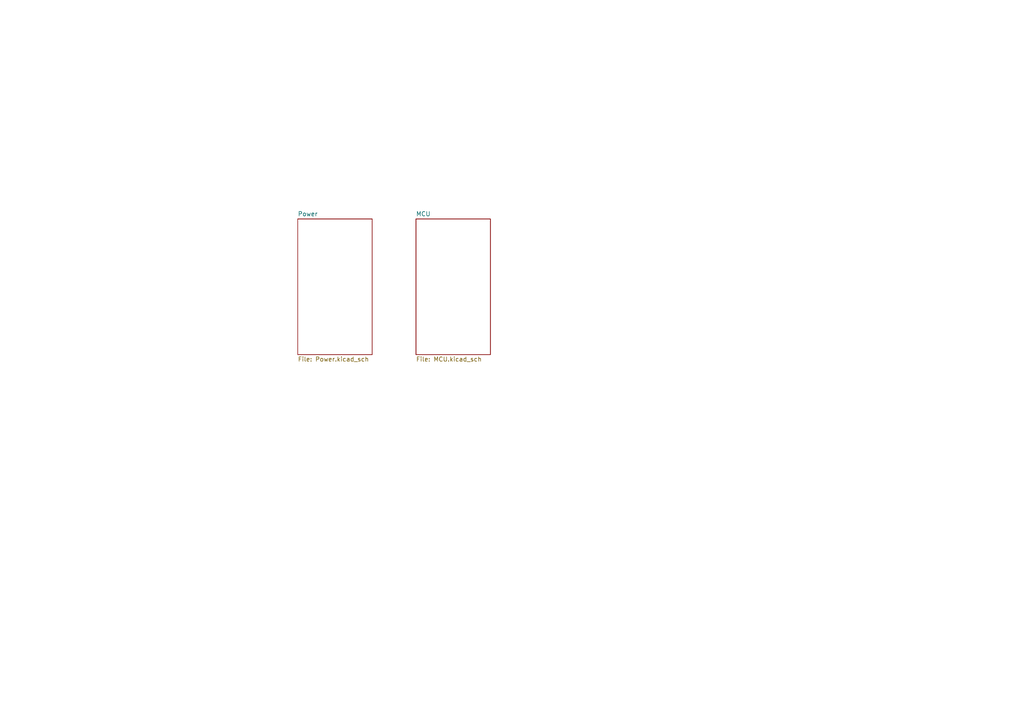
<source format=kicad_sch>
(kicad_sch (version 20230121) (generator eeschema)
  (paper "A4")
  (lib_symbols)
  (sheet (at 120.65 63.5) (size 21.59 39.37) (stroke (width 0.1524))
    (property "Sheetname" "MCU" (at 120.65 62.7884 0) (effects (justify left bottom)))
    (property "Sheetfile" "MCU.kicad_sch" (at 120.65 103.4546 0) (effects (justify left top)))
  )
  (sheet (at 86.36 63.5) (size 21.59 39.37) (stroke (width 0.1524))
    (property "Sheetname" "Power" (at 86.36 62.7884 0) (effects (justify left bottom)))
    (property "Sheetfile" "Power.kicad_sch" (at 86.36 103.4546 0) (effects (justify left top)))
  )
)
</source>
